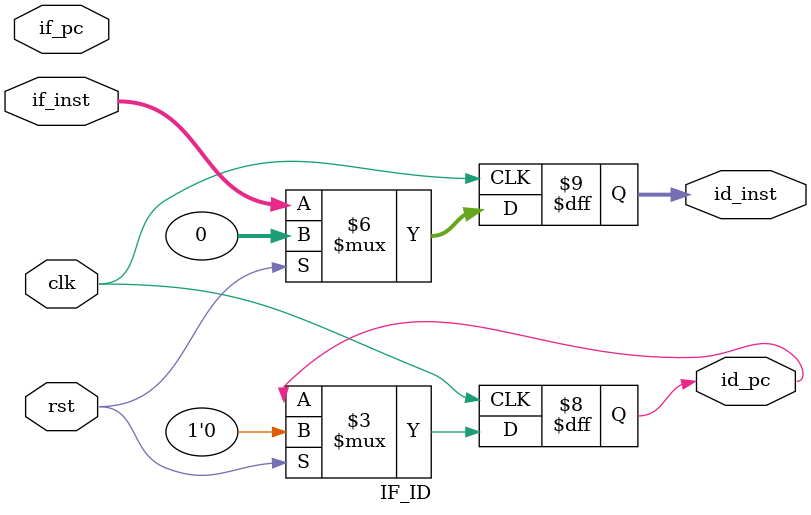
<source format=v>
`timescale 1ns/1ps
module IF_ID(
    input wire clk,
    input wire rst,

    input wire if_pc,
    input wire [31:0] if_inst,
    output wire id_pc,
    output wire [31:0] id_inst
);
    always @(posedge clk) begin
        if(rst)begin
            id_inst <= 32'b0;
            id_pc <= 1'b0;
        end else begin
            id_inst <= if_inst;
            id_pc <= id_pc;
        end
    end
endmodule
</source>
